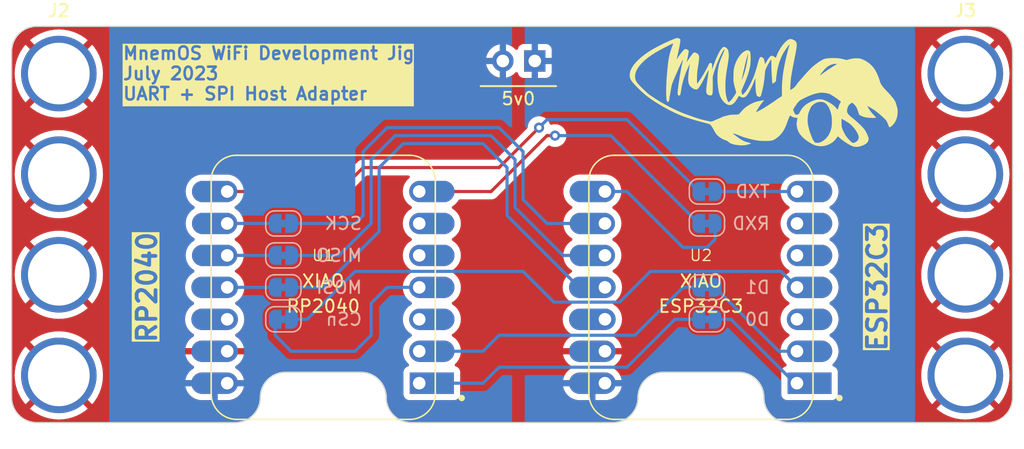
<source format=kicad_pcb>
(kicad_pcb (version 20221018) (generator pcbnew)
  (layers (0 "F.Cu" signal) (31 "B.Cu" signal) (34 "B.Paste" user) (35 "F.Paste" user) (36 "B.SilkS" user "B.Silkscreen") (37 "F.SilkS" user "F.Silkscreen") (38 "B.Mask" user) (39 "F.Mask" user) (44 "Edge.Cuts" user))
  (net 0 "")
  (net 9 "/ESP32C3-5v0")
  (net 10 "/RP2040-5v0")
  (net 11 "/RP2040-TXD")
  (net 12 "/ESP32C3-RXD")
  (net 13 "/RP2040-RXD")
  (net 14 "/ESP32C3-TXD")
  (net 15 "/RP2040-MOSI")
  (net 16 "/ESP32C3-MOSI")
  (net 17 "/RP2040-MISO")
  (net 18 "/ESP32C3-MISO")
  (net 19 "/RP2040-SCK")
  (net 20 "/ESP32C3-SCK")
  (net 21 "/RP2040-CSn")
  (net 22 "/ESP32C3-CSn")
  (net 23 "/RP2040-D0")
  (net 24 "/ESP32C3-D0")
  (net 25 "/RP2040-D1")
  (net 26 "/ESP32C3-D1")
  (net 27 "GND")
  (footprint "esp32c3-wifi-dev:XIAO-Generic-Hybrid-14P-2.54-21X17.8MM" (layer "F.Cu") (at 195 81 180)
    (fp_text reference "U2" (at 0 2.54) (layer "F.SilkS") (effects (font (size 0.889 0.889) (thickness 0.1016))))
    (fp_text value "~" hide)
    (fp_text user "ESP32C3" (at 0 -1.5 unlocked) (layer "F.SilkS"))
    (fp_text user "XIAO" (at 0 0.5 unlocked) (layer "F.SilkS"))
    (pad "1" thru_hole rect (at -7.625 -7.62 180) (size 3.5 1.7) (drill 1 (offset -1 0)) (layers "*.Cu" "*.Mask") (net 24 "/ESP32C3-D0"))
    (pad "2" thru_hole oval (at -7.625 -5.08 180) (size 3.6 1.7) (drill 1 (offset -1 0)) (layers "*.Cu" "*.Mask") (net 26 "/ESP32C3-D1"))
    (pad "3" thru_hole oval (at -7.625 -2.54 180) (size 3.6 1.7) (drill 1 (offset -1 0)) (layers "*.Cu" "*.Mask"))
    (pad "4" thru_hole oval (at -7.625 0 180) (size 3.6 1.7) (drill 1 (offset -1 0)) (layers "*.Cu" "*.Mask") (net 22 "/ESP32C3-CSn"))
    (pad "5" thru_hole oval (at -7.625 2.54 180) (size 3.6 1.7) (drill 1 (offset -1 0)) (layers "*.Cu" "*.Mask"))
    (pad "6" thru_hole oval (at -7.625 5.08) (size 3.6 1.7) (drill 1 (offset 1 0)) (layers "*.Cu" "*.Mask"))
    (pad "7" thru_hole oval (at -7.625 7.62 180) (size 3.6 1.7) (drill 1 (offset -1 0)) (layers "*.Cu" "*.Mask") (net 14 "/ESP32C3-TXD"))
    (pad "8" thru_hole oval (at 7.625 7.62 180) (size 3.6 1.7) (drill 1 (offset 1 0)) (layers "*.Cu" "*.Mask") (net 12 "/ESP32C3-RXD"))
    (pad "9" thru_hole oval (at 7.625 5.08 180) (size 3.6 1.7) (drill 1 (offset 1 0)) (layers "*.Cu" "*.Mask") (net 20 "/ESP32C3-SCK"))
    (pad "10" thru_hole oval (at 7.625 2.54 180) (size 3.6 1.7) (drill 1 (offset 1 0)) (layers "*.Cu" "*.Mask") (net 18 "/ESP32C3-MISO"))
    (pad "11" thru_hole oval (at 7.625 0 180) (size 3.7 1.7) (drill 1 (offset 1 0)) (layers "*.Cu" "*.Mask") (net 16 "/ESP32C3-MOSI"))
    (pad "12" thru_hole oval (at 7.625 -2.54 180) (size 3.7 1.7) (drill 1 (offset 1 0)) (layers "*.Cu" "*.Mask"))
    (pad "13" thru_hole oval (at 7.625 -5.08 180) (size 3.7 1.7) (drill 1 (offset 1 0)) (layers "*.Cu" "*.Mask") (net 27 "GND"))
    (pad "14" thru_hole oval (at 7.625 -7.62 180) (size 3.7 1.7) (drill 1 (offset 1 0)) (layers "*.Cu" "*.Mask") (net 9 "/ESP32C3-5v0"))
  )
  (footprint "esp32c3-wifi-dev:brick-1x4" (layer "F.Cu") (at 144 64)
    (fp_text reference "J2" (at 0 -5) (layer "F.SilkS"))
    (fp_text value "Conn_01x04")
    (pad "1" thru_hole circle (at 0 0) (size 6 6) (drill 4.9) (layers "*.Cu" "*.Mask") (net 27 "GND"))
    (pad "2" thru_hole circle (at 0 8) (size 6 6) (drill 4.9) (layers "*.Cu" "*.Mask") (net 27 "GND"))
    (pad "3" thru_hole circle (at 0 16) (size 6 6) (drill 4.9) (layers "*.Cu" "*.Mask") (net 27 "GND"))
    (pad "4" thru_hole circle (at 0 24) (size 6 6) (drill 4.9) (layers "*.Cu" "*.Mask") (net 27 "GND"))
  )
  (footprint "LOGO" (layer "F.Cu") (at 200 65.5)
    (fp_text reference "G***" hide)
    (fp_text value "LOGO" hide)
  )
  (footprint "esp32c3-wifi-dev:brick-1x4" (layer "F.Cu") (at 216 64)
    (fp_text reference "J3" (at 0 -5) (layer "F.SilkS"))
    (fp_text value "Conn_01x04")
    (pad "1" thru_hole circle (at 0 0) (size 6 6) (drill 4.9) (layers "*.Cu" "*.Mask") (net 27 "GND"))
    (pad "2" thru_hole circle (at 0 8) (size 6 6) (drill 4.9) (layers "*.Cu" "*.Mask") (net 27 "GND"))
    (pad "3" thru_hole circle (at 0 16) (size 6 6) (drill 4.9) (layers "*.Cu" "*.Mask") (net 27 "GND"))
    (pad "4" thru_hole circle (at 0 24) (size 6 6) (drill 4.9) (layers "*.Cu" "*.Mask") (net 27 "GND"))
  )
  (footprint "esp32c3-wifi-dev:XIAO-Generic-Hybrid-14P-2.54-21X17.8MM" (layer "F.Cu") (at 165 81 180)
    (fp_text reference "U1" (at 0 2.54) (layer "F.SilkS") (effects (font (size 0.889 0.889) (thickness 0.1016))))
    (fp_text value "xiao-rp2040" hide)
    (fp_text user "XIAO" (at 0 0.5 unlocked) (layer "F.SilkS"))
    (fp_text user "RP2040" (at 0 -1.5 unlocked) (layer "F.SilkS"))
    (pad "1" thru_hole rect (at -7.625 -7.62 180) (size 3.5 1.7) (drill 1 (offset -1 0)) (layers "*.Cu" "*.Mask") (net 23 "/RP2040-D0"))
    (pad "2" thru_hole oval (at -7.625 -5.08 180) (size 3.6 1.7) (drill 1 (offset -1 0)) (layers "*.Cu" "*.Mask") (net 25 "/RP2040-D1"))
    (pad "3" thru_hole oval (at -7.625 -2.54 180) (size 3.6 1.7) (drill 1 (offset -1 0)) (layers "*.Cu" "*.Mask"))
    (pad "4" thru_hole oval (at -7.625 0 180) (size 3.6 1.7) (drill 1 (offset -1 0)) (layers "*.Cu" "*.Mask") (net 21 "/RP2040-CSn"))
    (pad "5" thru_hole oval (at -7.625 2.54 180) (size 3.6 1.7) (drill 1 (offset -1 0)) (layers "*.Cu" "*.Mask"))
    (pad "6" thru_hole oval (at -7.625 5.08) (size 3.6 1.7) (drill 1 (offset 1 0)) (layers "*.Cu" "*.Mask"))
    (pad "7" thru_hole oval (at -7.625 7.62 180) (size 3.6 1.7) (drill 1 (offset -1 0)) (layers "*.Cu" "*.Mask") (net 11 "/RP2040-TXD"))
    (pad "8" thru_hole oval (at 7.625 7.62 180) (size 3.6 1.7) (drill 1 (offset 1 0)) (layers "*.Cu" "*.Mask") (net 13 "/RP2040-RXD"))
    (pad "9" thru_hole oval (at 7.625 5.08 180) (size 3.6 1.7) (drill 1 (offset 1 0)) (layers "*.Cu" "*.Mask") (net 19 "/RP2040-SCK"))
    (pad "10" thru_hole oval (at 7.625 2.54 180) (size 3.6 1.7) (drill 1 (offset 1 0)) (layers "*.Cu" "*.Mask") (net 17 "/RP2040-MISO"))
    (pad "11" thru_hole oval (at 7.625 0 180) (size 3.7 1.7) (drill 1 (offset 1 0)) (layers "*.Cu" "*.Mask") (net 15 "/RP2040-MOSI"))
    (pad "12" thru_hole oval (at 7.625 -2.54 180) (size 3.7 1.7) (drill 1 (offset 1 0)) (layers "*.Cu" "*.Mask"))
    (pad "13" thru_hole oval (at 7.625 -5.08 180) (size 3.7 1.7) (drill 1 (offset 1 0)) (layers "*.Cu" "*.Mask") (net 27 "GND"))
    (pad "14" thru_hole oval (at 7.625 -7.62 180) (size 3.7 1.7) (drill 1 (offset 1 0)) (layers "*.Cu" "*.Mask") (net 10 "/RP2040-5v0"))
  )
  (footprint "Connector_PinHeader_2.54mm:PinHeader_1x02_P2.54mm_Vertical" (layer "F.Cu") (at 181.805 63 -90)
    (fp_text reference "J1" hide)
    (fp_text value "Conn_01x02")
    (pad "1" thru_hole rect (at 0 0 270) (size 1.7 1.7) (drill 1) (layers "*.Cu" "*.Mask") (net 9 "/ESP32C3-5v0"))
    (pad "2" thru_hole oval (at 0 2.54 270) (size 1.7 1.7) (drill 1) (layers "*.Cu" "*.Mask") (net 10 "/RP2040-5v0"))
  )
  (footprint "Jumper:SolderJumper-2_P1.3mm_Bridged_RoundedPad1.0x1.5mm" (layer "B.Cu") (at 161.835 81)
    (fp_text reference "JP3" hide)
    (fp_text value "SolderJumper_2_Bridged")
    (fp_poly (pts (xy 0.25 0.3) (xy -0.25 0.3) (xy -0.25 -0.3) (xy 0.25 -0.3)) (fill solid) (layer "B.Cu"))
    (pad "1" smd custom (at -0.65 0) (size 1 0.5) (layers "B.Cu" "B.Mask") (net 15 "/RP2040-MOSI") (options (clearance outline) (anchor rect)) (primitives (gr_circle (center 0 -0.25) (end 0.5 -0.25) (width 0) (fill yes)) (gr_circle (center 0 0.25) (end 0.5 0.25) (width 0) (fill yes)) (gr_poly (pts (xy 0.5 -0.75) (xy 0 -0.75) (xy 0 0.75) (xy 0.5 0.75)) (width 0) (fill yes))))
    (pad "2" smd custom (at 0.65 0) (size 1 0.5) (layers "B.Cu" "B.Mask") (net 16 "/ESP32C3-MOSI") (options (clearance outline) (anchor rect)) (primitives (gr_circle (center 0 -0.25) (end 0.5 -0.25) (width 0) (fill yes)) (gr_circle (center 0 0.25) (end 0.5 0.25) (width 0) (fill yes)) (gr_poly (pts (xy 0 -0.75) (xy -0.5 -0.75) (xy -0.5 0.75) (xy 0 0.75)) (width 0) (fill yes))))
  )
  (footprint "Jumper:SolderJumper-2_P1.3mm_Bridged_RoundedPad1.0x1.5mm" (layer "B.Cu") (at 195.475 73.38)
    (fp_text reference "JP2" hide)
    (fp_text value "SolderJumper_2_Bridged")
    (fp_poly (pts (xy 0.25 0.3) (xy -0.25 0.3) (xy -0.25 -0.3) (xy 0.25 -0.3)) (fill solid) (layer "B.Cu"))
    (pad "1" smd custom (at -0.65 0) (size 1 0.5) (layers "B.Cu" "B.Mask") (net 13 "/RP2040-RXD") (options (clearance outline) (anchor rect)) (primitives (gr_circle (center 0 -0.25) (end 0.5 -0.25) (width 0) (fill yes)) (gr_circle (center 0 0.25) (end 0.5 0.25) (width 0) (fill yes)) (gr_poly (pts (xy 0.5 -0.75) (xy 0 -0.75) (xy 0 0.75) (xy 0.5 0.75)) (width 0) (fill yes))))
    (pad "2" smd custom (at 0.65 0) (size 1 0.5) (layers "B.Cu" "B.Mask") (net 14 "/ESP32C3-TXD") (options (clearance outline) (anchor rect)) (primitives (gr_circle (center 0 -0.25) (end 0.5 -0.25) (width 0) (fill yes)) (gr_circle (center 0 0.25) (end 0.5 0.25) (width 0) (fill yes)) (gr_poly (pts (xy 0 -0.75) (xy -0.5 -0.75) (xy -0.5 0.75) (xy 0 0.75)) (width 0) (fill yes))))
  )
  (footprint "Jumper:SolderJumper-2_P1.3mm_Bridged_RoundedPad1.0x1.5mm" (layer "B.Cu") (at 161.835 78.46)
    (fp_text reference "JP4" hide)
    (fp_text value "SolderJumper_2_Bridged")
    (fp_poly (pts (xy 0.25 0.3) (xy -0.25 0.3) (xy -0.25 -0.3) (xy 0.25 -0.3)) (fill solid) (layer "B.Cu"))
    (pad "1" smd custom (at -0.65 0) (size 1 0.5) (layers "B.Cu" "B.Mask") (net 17 "/RP2040-MISO") (options (clearance outline) (anchor rect)) (primitives (gr_circle (center 0 -0.25) (end 0.5 -0.25) (width 0) (fill yes)) (gr_circle (center 0 0.25) (end 0.5 0.25) (width 0) (fill yes)) (gr_poly (pts (xy 0.5 -0.75) (xy 0 -0.75) (xy 0 0.75) (xy 0.5 0.75)) (width 0) (fill yes))))
    (pad "2" smd custom (at 0.65 0) (size 1 0.5) (layers "B.Cu" "B.Mask") (net 18 "/ESP32C3-MISO") (options (clearance outline) (anchor rect)) (primitives (gr_circle (center 0 -0.25) (end 0.5 -0.25) (width 0) (fill yes)) (gr_circle (center 0 0.25) (end 0.5 0.25) (width 0) (fill yes)) (gr_poly (pts (xy 0 -0.75) (xy -0.5 -0.75) (xy -0.5 0.75) (xy 0 0.75)) (width 0) (fill yes))))
  )
  (footprint "Jumper:SolderJumper-2_P1.3mm_Bridged_RoundedPad1.0x1.5mm" (layer "B.Cu") (at 161.835 83.54)
    (fp_text reference "JP6" hide)
    (fp_text value "SolderJumper_2_Bridged")
    (fp_poly (pts (xy 0.25 0.3) (xy -0.25 0.3) (xy -0.25 -0.3) (xy 0.25 -0.3)) (fill solid) (layer "B.Cu"))
    (pad "1" smd custom (at -0.65 0) (size 1 0.5) (layers "B.Cu" "B.Mask") (net 21 "/RP2040-CSn") (options (clearance outline) (anchor rect)) (primitives (gr_circle (center 0 -0.25) (end 0.5 -0.25) (width 0) (fill yes)) (gr_circle (center 0 0.25) (end 0.5 0.25) (width 0) (fill yes)) (gr_poly (pts (xy 0.5 -0.75) (xy 0 -0.75) (xy 0 0.75) (xy 0.5 0.75)) (width 0) (fill yes))))
    (pad "2" smd custom (at 0.65 0) (size 1 0.5) (layers "B.Cu" "B.Mask") (net 22 "/ESP32C3-CSn") (options (clearance outline) (anchor rect)) (primitives (gr_circle (center 0 -0.25) (end 0.5 -0.25) (width 0) (fill yes)) (gr_circle (center 0 0.25) (end 0.5 0.25) (width 0) (fill yes)) (gr_poly (pts (xy 0 -0.75) (xy -0.5 -0.75) (xy -0.5 0.75) (xy 0 0.75)) (width 0) (fill yes))))
  )
  (footprint "Jumper:SolderJumper-2_P1.3mm_Bridged_RoundedPad1.0x1.5mm" (layer "B.Cu") (at 195.475 75.92)
    (fp_text reference "JP1" hide)
    (fp_text value "SolderJumper_2_Bridged")
    (fp_poly (pts (xy 0.25 0.3) (xy -0.25 0.3) (xy -0.25 -0.3) (xy 0.25 -0.3)) (fill solid) (layer "B.Cu"))
    (pad "1" smd custom (at -0.65 0) (size 1 0.5) (layers "B.Cu" "B.Mask") (net 11 "/RP2040-TXD") (options (clearance outline) (anchor rect)) (primitives (gr_circle (center 0 -0.25) (end 0.5 -0.25) (width 0) (fill yes)) (gr_circle (center 0 0.25) (end 0.5 0.25) (width 0) (fill yes)) (gr_poly (pts (xy 0.5 -0.75) (xy 0 -0.75) (xy 0 0.75) (xy 0.5 0.75)) (width 0) (fill yes))))
    (pad "2" smd custom (at 0.65 0) (size 1 0.5) (layers "B.Cu" "B.Mask") (net 12 "/ESP32C3-RXD") (options (clearance outline) (anchor rect)) (primitives (gr_circle (center 0 -0.25) (end 0.5 -0.25) (width 0) (fill yes)) (gr_circle (center 0 0.25) (end 0.5 0.25) (width 0) (fill yes)) (gr_poly (pts (xy 0 -0.75) (xy -0.5 -0.75) (xy -0.5 0.75) (xy 0 0.75)) (width 0) (fill yes))))
  )
  (footprint "Jumper:SolderJumper-2_P1.3mm_Bridged_RoundedPad1.0x1.5mm" (layer "B.Cu") (at 195.475 83.54)
    (fp_text reference "JP7" hide)
    (fp_text value "SolderJumper_2_Bridged")
    (fp_poly (pts (xy 0.25 0.3) (xy -0.25 0.3) (xy -0.25 -0.3) (xy 0.25 -0.3)) (fill solid) (layer "B.Cu"))
    (pad "1" smd custom (at -0.65 0) (size 1 0.5) (layers "B.Cu" "B.Mask") (net 23 "/RP2040-D0") (options (clearance outline) (anchor rect)) (primitives (gr_circle (center 0 -0.25) (end 0.5 -0.25) (width 0) (fill yes)) (gr_circle (center 0 0.25) (end 0.5 0.25) (width 0) (fill yes)) (gr_poly (pts (xy 0.5 -0.75) (xy 0 -0.75) (xy 0 0.75) (xy 0.5 0.75)) (width 0) (fill yes))))
    (pad "2" smd custom (at 0.65 0) (size 1 0.5) (layers "B.Cu" "B.Mask") (net 24 "/ESP32C3-D0") (options (clearance outline) (anchor rect)) (primitives (gr_circle (center 0 -0.25) (end 0.5 -0.25) (width 0) (fill yes)) (gr_circle (center 0 0.25) (end 0.5 0.25) (width 0) (fill yes)) (gr_poly (pts (xy 0 -0.75) (xy -0.5 -0.75) (xy -0.5 0.75) (xy 0 0.75)) (width 0) (fill yes))))
  )
  (footprint "Jumper:SolderJumper-2_P1.3mm_Bridged_RoundedPad1.0x1.5mm" (layer "B.Cu") (at 161.835 75.92)
    (fp_text reference "JP5" hide)
    (fp_text value "SolderJumper_2_Bridged")
    (fp_poly (pts (xy 0.25 0.3) (xy -0.25 0.3) (xy -0.25 -0.3) (xy 0.25 -0.3)) (fill solid) (layer "B.Cu"))
    (pad "1" smd custom (at -0.65 0) (size 1 0.5) (layers "B.Cu" "B.Mask") (net 19 "/RP2040-SCK") (options (clearance outline) (anchor rect)) (primitives (gr_circle (center 0 -0.25) (end 0.5 -0.25) (width 0) (fill yes)) (gr_circle (center 0 0.25) (end 0.5 0.25) (width 0) (fill yes)) (gr_poly (pts (xy 0.5 -0.75) (xy 0 -0.75) (xy 0 0.75) (xy 0.5 0.75)) (width 0) (fill yes))))
    (pad "2" smd custom (at 0.65 0) (size 1 0.5) (layers "B.Cu" "B.Mask") (net 20 "/ESP32C3-SCK") (options (clearance outline) (anchor rect)) (primitives (gr_circle (center 0 -0.25) (end 0.5 -0.25) (width 0) (fill yes)) (gr_circle (center 0 0.25) (end 0.5 0.25) (width 0) (fill yes)) (gr_poly (pts (xy 0 -0.75) (xy -0.5 -0.75) (xy -0.5 0.75) (xy 0 0.75)) (width 0) (fill yes))))
  )
  (footprint "Jumper:SolderJumper-2_P1.3mm_Bridged_RoundedPad1.0x1.5mm" (layer "B.Cu") (at 195.475 81)
    (fp_text reference "JP8" hide)
    (fp_text value "SolderJumper_2_Bridged")
    (fp_poly (pts (xy 0.25 0.3) (xy -0.25 0.3) (xy -0.25 -0.3) (xy 0.25 -0.3)) (fill solid) (layer "B.Cu"))
    (pad "1" smd custom (at -0.65 0) (size 1 0.5) (layers "B.Cu" "B.Mask") (net 25 "/RP2040-D1") (options (clearance outline) (anchor rect)) (primitives (gr_circle (center 0 -0.25) (end 0.5 -0.25) (width 0) (fill yes)) (gr_circle (center 0 0.25) (end 0.5 0.25) (width 0) (fill yes)) (gr_poly (pts (xy 0.5 -0.75) (xy 0 -0.75) (xy 0 0.75) (xy 0.5 0.75)) (width 0) (fill yes))))
    (pad "2" smd custom (at 0.65 0) (size 1 0.5) (layers "B.Cu" "B.Mask") (net 26 "/ESP32C3-D1") (options (clearance outline) (anchor rect)) (primitives (gr_circle (center 0 -0.25) (end 0.5 -0.25) (width 0) (fill yes)) (gr_circle (center 0 0.25) (end 0.5 0.25) (width 0) (fill yes)) (gr_poly (pts (xy 0 -0.75) (xy -0.5 -0.75) (xy -0.5 0.75) (xy 0 0.75)) (width 0) (fill yes))))
  )
  (gr_line (start 177.5 65) (end 183.5 65) (stroke (width 0.15)) (layer "F.SilkS"))
  (gr_line (start 172 91.75) (end 188 91.75) (stroke (width 0.1)) (layer "Edge.Cuts"))
  (gr_line (start 192 87.75) (end 198 87.75) (stroke (width 0.1)) (layer "Edge.Cuts"))
  (gr_line (start 202 91.75) (end 217.75 91.75) (stroke (width 0.1)) (layer "Edge.Cuts"))
  (gr_arc (start 217.75 60.25) (mid 219.164214 60.835786) (end 219.75 62.25) (stroke (width 0.1)) (layer "Edge.Cuts"))
  (gr_arc (start 202 91.75) (mid 200.585786 91.164214) (end 200 89.75) (stroke (width 0.1)) (layer "Edge.Cuts"))
  (gr_line (start 140.25 89.75) (end 140.25 62.25) (stroke (width 0.1)) (layer "Edge.Cuts"))
  (gr_arc (start 198 87.75) (mid 199.414214 88.335786) (end 200 89.75) (stroke (width 0.1)) (layer "Edge.Cuts"))
  (gr_arc (start 160 89.75) (mid 160.585786 88.335786) (end 162 87.75) (stroke (width 0.1)) (layer "Edge.Cuts"))
  (gr_arc (start 190 89.75) (mid 189.414214 91.164214) (end 188 91.75) (stroke (width 0.1)) (layer "Edge.Cuts"))
  (gr_line (start 142.25 60.25) (end 217.75 60.25) (stroke (width 0.1)) (layer "Edge.Cuts"))
  (gr_arc (start 168 87.75) (mid 169.414214 88.335786) (end 170 89.75) (stroke (width 0.1)) (layer "Edge.Cuts"))
  (gr_line (start 162 87.75) (end 168 87.75) (stroke (width 0.1)) (layer "Edge.Cuts"))
  (gr_arc (start 140.25 62.25) (mid 140.835786 60.835786) (end 142.25 60.25) (stroke (width 0.1)) (layer "Edge.Cuts"))
  (gr_arc (start 172 91.75) (mid 170.585786 91.164214) (end 170 89.75) (stroke (width 0.1)) (layer "Edge.Cuts"))
  (gr_arc (start 219.75 89.75) (mid 219.164214 91.164214) (end 217.75 91.75) (stroke (width 0.1)) (layer "Edge.Cuts"))
  (gr_arc (start 142.25 91.75) (mid 140.835786 91.164214) (end 140.25 89.75) (stroke (width 0.1)) (layer "Edge.Cuts"))
  (gr_line (start 158 91.75) (end 142.25 91.75) (stroke (width 0.1)) (layer "Edge.Cuts"))
  (gr_arc (start 190 89.75) (mid 190.585786 88.335786) (end 192 87.75) (stroke (width 0.1)) (layer "Edge.Cuts"))
  (gr_line (start 219.75 62.25) (end 219.75 89.75) (stroke (width 0.1)) (layer "Edge.Cuts"))
  (gr_arc (start 160 89.75) (mid 159.414214 91.164214) (end 158 91.75) (stroke (width 0.1)) (layer "Edge.Cuts"))
  (gr_text "MOSI" (at 168.17 81) (layer "B.SilkS") (effects (font (size 1 1)) (justify left mirror)))
  (gr_text "CSn" (at 168.17 83.54) (layer "B.SilkS") (effects (font (size 1 1)) (justify left mirror)))
  (gr_text "D1" (at 200.555 81) (layer "B.SilkS") (effects (font (size 1 1)) (justify left mirror)))
  (gr_text "D0" (at 200.555 83.54) (layer "B.SilkS") (effects (font (size 1 1)) (justify left mirror)))
  (gr_text "TXD" (at 200.555 73.38) (layer "B.SilkS") (effects (font (size 1 1)) (justify left mirror)))
  (gr_text "SCK" (at 168.17 75.92) (layer "B.SilkS") (effects (font (size 1 1)) (justify left mirror)))
  (gr_text "RXD" (at 200.555 75.92) (layer "B.SilkS") (effects (font (size 1 1)) (justify left mirror)))
  (gr_text "MISO" (at 168.17 78.46) (layer "B.SilkS") (effects (font (size 1 1)) (justify left mirror)))
  (gr_text "5v0" (at 180.5 66) (layer "F.SilkS") (effects (font (size 1 1))))
  (gr_text "ESP32C3" (at 209 81 90) (layer "F.SilkS" knockout) (effects (font (size 1.5 1.5) (thickness 0.3) bold)))
  (gr_text "MnemOS WiFi Development Jig\nJuly 2023\nUART + SPI Host Adapter" (at 149 64) (layer "F.SilkS" knockout) (effects (font (size 1 1) (thickness 0.2) bold) (justify left)))
  (gr_text "RP2040" (at 151 81 90) (layer "F.SilkS" knockout) (effects (font (size 1.5 1.5) (thickness 0.3) bold)))
  (segment (start 183.41 68.935) (end 182.775 68.935) (width 0.25) (layer "F.Cu") (net 11))
  (segment (start 178.33 73.38) (end 172.625 73.38) (width 0.25) (layer "F.Cu") (net 11))
  (segment (start 182.775 68.935) (end 178.33 73.38) (width 0.25) (layer "F.Cu") (net 11))
  (via (at 183.41 68.935) (size 0.8) (drill 0.4) (layers "F.Cu" "B.Cu") (net 11))
  (segment (start 183.41 68.935) (end 187.84 68.935) (width 0.25) (layer "B.Cu") (net 11))
  (segment (start 187.84 68.935) (end 194.825 75.92) (width 0.25) (layer "B.Cu") (net 11))
  (segment (start 187.375 73.38) (end 189.125 73.38) (width 0.25) (layer "B.Cu") (net 12))
  (segment (start 189.125 73.38) (end 193.57 77.825) (width 0.25) (layer "B.Cu") (net 12))
  (segment (start 196.125 77.175) (end 196.125 75.92) (width 0.25) (layer "B.Cu") (net 12))
  (segment (start 195.475 77.825) (end 196.125 77.175) (width 0.25) (layer "B.Cu") (net 12))
  (segment (start 193.57 77.825) (end 195.475 77.825) (width 0.25) (layer "B.Cu") (net 12))
  (segment (start 178.965 71.475) (end 168.17 71.475) (width 0.25) (layer "F.Cu") (net 13))
  (segment (start 168.17 71.475) (end 166.265 73.38) (width 0.25) (layer "F.Cu") (net 13))
  (segment (start 166.265 73.38) (end 157.375 73.38) (width 0.25) (layer "F.Cu") (net 13))
  (segment (start 182.14 68.3) (end 178.965 71.475) (width 0.25) (layer "F.Cu") (net 13))
  (via (at 182.14 68.3) (size 0.8) (drill 0.4) (layers "F.Cu" "B.Cu") (net 13))
  (segment (start 182.775 67.665) (end 189.125 67.665) (width 0.25) (layer "B.Cu") (net 13))
  (segment (start 189.125 67.665) (end 194.825 73.365) (width 0.25) (layer "B.Cu") (net 13))
  (segment (start 194.825 73.365) (end 194.825 73.38) (width 0.25) (layer "B.Cu") (net 13))
  (segment (start 182.14 68.3) (end 182.775 67.665) (width 0.25) (layer "B.Cu") (net 13))
  (segment (start 202.625 73.38) (end 196.125 73.38) (width 0.25) (layer "B.Cu") (net 14))
  (segment (start 157.375 81) (end 161.185 81) (width 0.25) (layer "B.Cu") (net 15))
  (segment (start 179.6 75.285) (end 185.315 81) (width 0.25) (layer "B.Cu") (net 16))
  (segment (start 162.485 81) (end 164.995 81) (width 0.25) (layer "B.Cu") (net 16))
  (segment (start 164.995 81) (end 169.44 76.555) (width 0.25) (layer "B.Cu") (net 16))
  (segment (start 177.695 69.57) (end 179.6 71.475) (width 0.25) (layer "B.Cu") (net 16))
  (segment (start 179.6 71.475) (end 179.6 75.285) (width 0.25) (layer "B.Cu") (net 16))
  (segment (start 169.44 76.555) (end 169.44 71.475) (width 0.25) (layer "B.Cu") (net 16))
  (segment (start 171.345 69.57) (end 177.695 69.57) (width 0.25) (layer "B.Cu") (net 16))
  (segment (start 169.44 71.475) (end 171.345 69.57) (width 0.25) (layer "B.Cu") (net 16))
  (segment (start 185.315 81) (end 187.375 81) (width 0.25) (layer "B.Cu") (net 16))
  (segment (start 157.375 78.46) (end 161.185 78.46) (width 0.25) (layer "B.Cu") (net 17))
  (segment (start 180.235 74.65) (end 184.045 78.46) (width 0.25) (layer "B.Cu") (net 18))
  (segment (start 168.805 70.84) (end 170.71 68.935) (width 0.25) (layer "B.Cu") (net 18))
  (segment (start 180.235 70.84) (end 180.235 74.65) (width 0.25) (layer "B.Cu") (net 18))
  (segment (start 168.805 75.92) (end 168.805 70.84) (width 0.25) (layer "B.Cu") (net 18))
  (segment (start 162.485 78.46) (end 166.265 78.46) (width 0.25) (layer "B.Cu") (net 18))
  (segment (start 184.045 78.46) (end 187.375 78.46) (width 0.25) (layer "B.Cu") (net 18))
  (segment (start 166.265 78.46) (end 168.805 75.92) (width 0.25) (layer "B.Cu") (net 18))
  (segment (start 170.71 68.935) (end 178.33 68.935) (width 0.25) (layer "B.Cu") (net 18))
  (segment (start 178.33 68.935) (end 180.235 70.84) (width 0.25) (layer "B.Cu") (net 18))
  (segment (start 157.375 75.92) (end 161.185 75.92) (width 0.25) (layer "B.Cu") (net 19))
  (segment (start 167.535 75.92) (end 168.17 75.285) (width 0.25) (layer "B.Cu") (net 20))
  (segment (start 170.075 68.3) (end 178.965 68.3) (width 0.25) (layer "B.Cu") (net 20))
  (segment (start 168.17 75.285) (end 168.17 70.205) (width 0.25) (layer "B.Cu") (net 20))
  (segment (start 162.485 75.92) (end 167.535 75.92) (width 0.25) (layer "B.Cu") (net 20))
  (segment (start 180.87 74.015) (end 182.775 75.92) (width 0.25) (layer "B.Cu") (net 20))
  (segment (start 178.965 68.3) (end 180.87 70.205) (width 0.25) (layer "B.Cu") (net 20))
  (segment (start 180.87 70.205) (end 180.87 74.015) (width 0.25) (layer "B.Cu") (net 20))
  (segment (start 168.17 70.205) (end 170.075 68.3) (width 0.25) (layer "B.Cu") (net 20))
  (segment (start 182.775 75.92) (end 187.375 75.92) (width 0.25) (layer "B.Cu") (net 20))
  (segment (start 170.075 81) (end 168.805 82.27) (width 0.25) (layer "B.Cu") (net 21))
  (segment (start 167.535 86.08) (end 162.455 86.08) (width 0.25) (layer "B.Cu") (net 21))
  (segment (start 172.625 81) (end 170.075 81) (width 0.25) (layer "B.Cu") (net 21))
  (segment (start 168.805 84.81) (end 167.535 86.08) (width 0.25) (layer "B.Cu") (net 21))
  (segment (start 168.805 82.27) (end 168.805 84.81) (width 0.25) (layer "B.Cu") (net 21))
  (segment (start 161.185 84.81) (end 161.185 83.54) (width 0.25) (layer "B.Cu") (net 21))
  (segment (start 162.455 86.08) (end 161.185 84.81) (width 0.25) (layer "B.Cu") (net 21))
  (segment (start 190.98585 79.73) (end 201.355 79.73) (width 0.25) (layer "B.Cu") (net 22))
  (segment (start 201.355 79.73) (end 202.625 81) (width 0.25) (layer "B.Cu") (net 22))
  (segment (start 188.54085 82.175) (end 190.98585 79.73) (width 0.25) (layer "B.Cu") (net 22))
  (segment (start 163.725 83.54) (end 167.535 79.73) (width 0.25) (layer "B.Cu") (net 22))
  (segment (start 162.485 83.54) (end 163.725 83.54) (width 0.25) (layer "B.Cu") (net 22))
  (segment (start 183.315 82.175) (end 188.54085 82.175) (width 0.25) (layer "B.Cu") (net 22))
  (segment (start 180.87 79.73) (end 183.315 82.175) (width 0.25) (layer "B.Cu") (net 22))
  (segment (start 167.535 79.73) (end 180.87 79.73) (width 0.25) (layer "B.Cu") (net 22))
  (segment (start 178.965 87.35) (end 189.125 87.35) (width 0.25) (layer "B.Cu") (net 23))
  (segment (start 177.695 88.62) (end 178.965 87.35) (width 0.25) (layer "B.Cu") (net 23))
  (segment (start 189.125 87.35) (end 192.935 83.54) (width 0.25) (layer "B.Cu") (net 23))
  (segment (start 192.935 83.54) (end 194.825 83.54) (width 0.25) (layer "B.Cu") (net 23))
  (segment (start 172.625 88.62) (end 177.695 88.62) (width 0.25) (layer "B.Cu") (net 23))
  (segment (start 202.625 88.62) (end 202.46 88.62) (width 0.25) (layer "B.Cu") (net 24))
  (segment (start 197.38 83.54) (end 196.125 83.54) (width 0.25) (layer "B.Cu") (net 24))
  (segment (start 202.46 88.62) (end 197.38 83.54) (width 0.25) (layer "B.Cu") (net 24))
  (segment (start 189.76 84.81) (end 178.965 84.81) (width 0.25) (layer "B.Cu") (net 25))
  (segment (start 178.965 84.81) (end 177.695 86.08) (width 0.25) (layer "B.Cu") (net 25))
  (segment (start 194.825 81) (end 193.57 81) (width 0.25) (layer "B.Cu") (net 25))
  (segment (start 177.695 86.08) (end 172.625 86.08) (width 0.25) (layer "B.Cu") (net 25))
  (segment (start 193.57 81) (end 189.76 84.81) (width 0.25) (layer "B.Cu") (net 25))
  (segment (start 202.625 86.08) (end 201.19 86.08) (width 0.25) (layer "B.Cu") (net 26))
  (segment (start 196.125 81.015) (end 196.125 81) (width 0.25) (layer "B.Cu") (net 26))
  (segment (start 201.19 86.08) (end 196.125 81.015) (width 0.25) (layer "B.Cu") (net 26))
  (zone (net 27) (net_name "GND") (layer "F.Cu") (connect_pads (clearance 0.5)) (min_thickness 0.25) (fill yes (thermal_gap 0.5) (thermal_bridge_width 0.5))
    (polygon (pts (xy 140 60) (xy 140 92) (xy 220 92) (xy 220 60)))
  )
  (zone (net 9) (net_name "/ESP32C3-5v0") (layer "B.Cu") (priority 2) (connect_pads (clearance 0.5)) (min_thickness 0.25) (fill yes (thermal_gap 0.5) (thermal_bridge_width 0.5))
    (polygon (pts (xy 212 60) (xy 181 60) (xy 181 92) (xy 212 92)))
  )
  (zone (net 10) (net_name "/RP2040-5v0") (layer "B.Cu") (priority 1) (connect_pads (clearance 0.5)) (min_thickness 0.25) (fill yes (thermal_gap 0.5) (thermal_bridge_width 0.5))
    (polygon (pts (xy 148 60) (xy 148 92) (xy 180 92) (xy 180 60)))
  )
)
</source>
